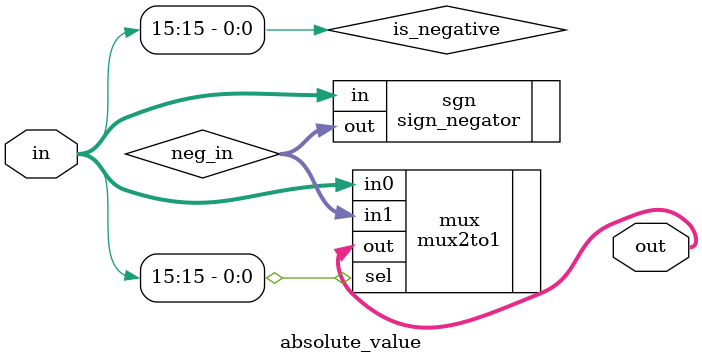
<source format=v>
module absolute_value #(parameter w = 16) (in, out);
  input [w-1 : 0]  in;
  wire signed [w-1 : 0] in;
  output [w-1 : 0] out;
  wire [w-1 : 0] out;
  
  wire [15 : 0] neg_in;
  
  sign_negator sgn (
    .in(in),
    .out(neg_in)
  );
  
  wire is_negative;
  
  assign is_negative = in[w-1];
  
  mux2to1 #(.w(16)) mux (
    .in0(in),
    .in1(neg_in),
    .sel(is_negative),
    .out(out)
  );
  
endmodule
</source>
